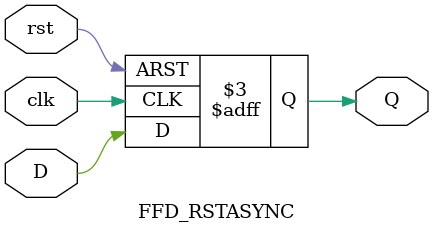
<source format=v>
/*
						*** FLIP FLOP D CON RESET ASINCRONO ****

	El presente código implementa el diseño de un módulo flip flop D con reset asincrono, 
	el diseño consta de 3 entradas clk, rst, D(Datos) y 1 salida (Q).
	El flip flop actua con respecto al flanco de bajada de reloj.
	
*/

// Definición del módulo y lista de puertos
module FFD_RSTASYNC(
	input clk,
	input rst,
	input D,
	output reg Q
);
	// Lista sensitiva
	always@(negedge rst or negedge clk) begin
		if(!rst)Q <= 1'b0; // Reset de señales
		else 
			Q <= D; // Asingación de datos a la salida
	end 
	
endmodule // Fin del flip flop

</source>
